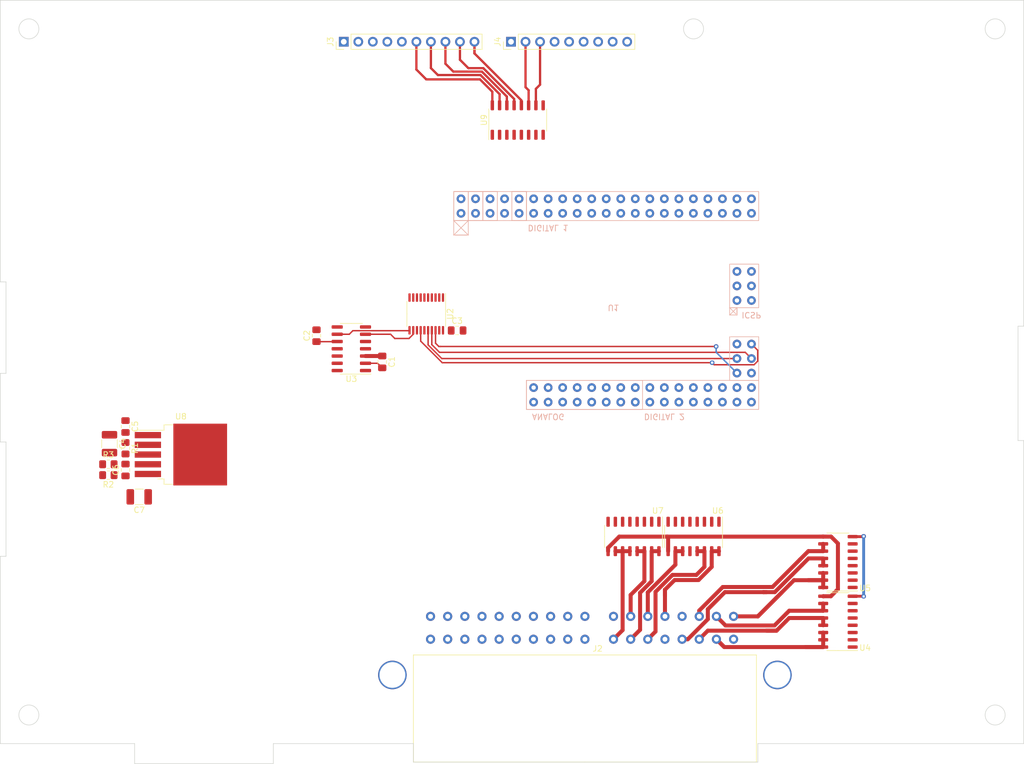
<source format=kicad_pcb>
(kicad_pcb (version 20211014) (generator pcbnew)
  (layers (0 "F.Cu" signal) (31 "B.Cu" signal) (34 "B.Paste" user) (35 "F.Paste" user) (36 "B.SilkS" user "B.Silkscreen") (37 "F.SilkS" user "F.Silkscreen") (38 "B.Mask" user) (39 "F.Mask" user) (44 "Edge.Cuts" user))
  (net 0 "")
  (net 1 "MOSI")
  (net 2 "MISO")
  (net 3 "SCK")
  (net 8 "GND")
  (net 9 "+12V_Battery")
  (net 19 "/WC")
  (net 20 "/FL")
  (net 21 "/CR")
  (net 22 "/I1")
  (net 23 "/I2")
  (net 24 "/V2")
  (net 25 "/EM")
  (net 27 "/VS")
  (net 28 "/V3")
  (net 29 "/FS")
  (net 30 "/F3")
  (net 31 "/VF")
  (net 32 "/FR")
  (net 33 "/GA")
  (net 34 "/SL")
  (net 35 "/L1")
  (net 36 "/L2")
  (net 37 "/TL")
  (net 38 "/TU")
  (net 39 "/ZC")
  (net 40 "/TW")
  (net 41 "Net-(C4-Pad1)")
  (net 42 "/LC")
  (net 43 "Net-(C6-Pad2)")
  (net 44 "+5VA")
  (net 45 "/PL")
  (net 46 "/PU")
  (net 47 "/DL")
  (net 48 "/DU")
  (net 49 "/TA")
  (net 50 "/DD")
  (net 51 "/Illum_A")
  (net 52 "/Illum_B")
  (net 53 "/Temp_Adjustment")
  (net 54 "/LED_Rec")
  (net 55 "/LED_Lo")
  (net 56 "/LED_Hi")
  (net 57 "/LED_Def")
  (net 58 "/LED_Econ")
  (net 59 "LED_Supply")
  (net 60 "/LED_AC")
  (net 61 "/LED_Demist")
  (net 62 "/Key_Row_1")
  (net 63 "/Key_Row_2")
  (net 64 "/Key_Col_1")
  (net 65 "/Key_Row_3")
  (net 66 "/Key_Col_2")
  (net 67 "/Key_Row_4")
  (net 101 "/Compressor_Relay")
  (net 102 "/Water_Cock")
  (net 109 "/Fan_Relay")
  (net 140 "+5V")
  (net 141 "Net-(U2-Pad1)")
  (net 144 "Net-(U2-Pad2)")
  (net 146 "/SV7_Floor_Door")
  (net 147 "/SV3_Intake_Door_3")
  (net 148 "/SV6_Vent_Door_2")
  (net 149 "/SV2_Intake_Door_1")
  (net 151 "/SV9_Air_Mix_Door_1")
  (net 152 "/SV8_Air_Mix_Door_1")
  (net 153 "/Manual_Defrost_AC")
  (net 154 "/SV5_Air_Mix_Door_2")
  (net 155 "/SV4_Air_Mix_Door_2")
  (net 161 "Net-(C2-Pad1)")
  (net 162 "Net-(U2-Pad11)")
  (net 163 "Net-(U2-Pad12)")
  (net 166 "CS_CAN")
  (net 168 "/ST_(ONEWIRE)")
  (net 169 "/T1_(CANH)")
  (net 170 "/T2_(CANL)")
  (net 171 "/EN_ANALOG")
  (footprint "Resistor_SMD:R_0805_2012Metric_Pad1.20x1.40mm_HandSolder" (layer "F.Cu") (at 74.4 101.6 -90)
    (fp_text reference "R1")
    (fp_text value "10k")
  )
  (footprint "Connector_PinHeader_2.54mm:PinHeader_1x10_P2.54mm_Vertical" (layer "F.Cu") (at 112.575 30.5 90)
    (fp_text reference "J3")
    (fp_text value "Conn_01x10_Male")
  )
  (footprint "Capacitor_SMD:C_0805_2012Metric_Pad1.18x1.45mm_HandSolder" (layer "F.Cu") (at 74.4 97.8 -90)
    (fp_text reference "C5")
    (fp_text value "100n")
  )
  (footprint "Package_SO:TSSOP-20_4.4x6.5mm_P0.65mm" (layer "F.Cu") (at 127 78.105 -90)
    (fp_text reference "U2")
    (fp_text value "MCP2515")
  )
  (footprint "Capacitor_SMD:C_1210_3225Metric_Pad1.33x2.70mm_HandSolder" (layer "F.Cu") (at 71.6 100.8 -90)
    (fp_text reference "C4")
    (fp_text value "1u")
  )
  (footprint "Capacitor_SMD:C_0805_2012Metric_Pad1.18x1.45mm_HandSolder" (layer "F.Cu") (at 107.804 81.914 90)
    (fp_text reference "C2")
    (fp_text value "100n")
  )
  (footprint "Resistor_SMD:R_0805_2012Metric_Pad1.20x1.40mm_HandSolder" (layer "F.Cu") (at 71.4 106.3 180)
    (fp_text reference "R2")
    (fp_text value "N/A")
  )
  (footprint "Package_SO:SO-16_3.9x9.9mm_P1.27mm" (layer "F.Cu") (at 199 121.5 180)
    (fp_text reference "U5")
    (fp_text value "ULN2003")
  )
  (footprint "Capacitor_SMD:C_1210_3225Metric_Pad1.33x2.70mm_HandSolder" (layer "F.Cu") (at 76.8 110.1 180)
    (fp_text reference "C7")
    (fp_text value "C_Small")
  )
  (footprint "Package_TO_SOT_SMD:TO-263-5_TabPin3" (layer "F.Cu") (at 84.09 102.7)
    (fp_text reference "U8")
    (fp_text value "NCV4276B")
  )
  (footprint "Package_SO:SO-14_3.9x8.65mm_P1.27mm" (layer "F.Cu") (at 113.9 84.2 180)
    (fp_text reference "U3")
    (fp_text value "TJR1443")
  )
  (footprint "Package_SO:SO-16_3.9x9.9mm_P1.27mm" (layer "F.Cu") (at 143.002 44.196 90)
    (fp_text reference "U9")
    (fp_text value "ULN2003")
  )
  (footprint "Package_SO:SO-16_3.9x9.9mm_P1.27mm" (layer "F.Cu") (at 173.75 117.025 -90)
    (fp_text reference "U6")
    (fp_text value "ULN2003")
  )
  (footprint "Package_SO:SO-16_3.9x9.9mm_P1.27mm" (layer "F.Cu") (at 199 131.925 180)
    (fp_text reference "U4")
    (fp_text value "ULN2003")
  )
  (footprint "Capacitor_SMD:C_0805_2012Metric_Pad1.18x1.45mm_HandSolder" (layer "F.Cu") (at 74.4 105.4 90)
    (fp_text reference "C6")
    (fp_text value "N/A")
  )
  (footprint "Package_SO:SO-16_3.9x9.9mm_P1.27mm" (layer "F.Cu") (at 163.25 117.025 -90)
    (fp_text reference "U7")
    (fp_text value "ULN2003")
  )
  (footprint "Capacitor_SMD:C_0805_2012Metric_Pad1.18x1.45mm_HandSolder" (layer "F.Cu") (at 132.4 81)
    (fp_text reference "C3")
    (fp_text value "100n")
  )
  (footprint "Connector_PinHeader_2.54mm:PinHeader_1x09_P2.54mm_Vertical" (layer "F.Cu") (at 141.825 30.5 90)
    (fp_text reference "J4")
    (fp_text value "Conn_01x09_Male")
  )
  (footprint "Personal:z31_hvac_connector_2" (layer "F.Cu") (at 154.75 138.5)
    (fp_text reference "J2")
    (fp_text value "Conn_02x18_Odd_Even")
  )
  (footprint "Resistor_SMD:R_0805_2012Metric_Pad1.20x1.40mm_HandSolder" (layer "F.Cu") (at 71.4 104.4)
    (fp_text reference "R3")
    (fp_text value "N/A")
  )
  (footprint "Capacitor_SMD:C_0805_2012Metric_Pad1.18x1.45mm_HandSolder" (layer "F.Cu") (at 119.3 86.5 -90)
    (fp_text reference "C1")
    (fp_text value "100n")
  )
  (footprint "Personal:MEGA2560PRO" (layer "B.Cu") (at 159.75 75.75)
    (fp_text reference "U1")
    (fp_text value "MEGA2560PRO")
  )
  (gr_circle (center 173.75 28.25) (end 175.5 28.25) (layer "Edge.Cuts") (width 0.1) (fill none))
  (gr_line (start 52.5 88.5) (end 52.5 100.5) (layer "Edge.Cuts") (width 0.1))
  (gr_line (start 124.75 153.25) (end 100.25 153.25) (layer "Edge.Cuts") (width 0.1))
  (gr_line (start 52.5 23.25) (end 231.5 23.25) (layer "Edge.Cuts") (width 0.1))
  (gr_line (start 52.5 153.25) (end 76 153.25) (layer "Edge.Cuts") (width 0.1))
  (gr_line (start 52.5 100.5) (end 53.5 100.5) (layer "Edge.Cuts") (width 0.1))
  (gr_line (start 231.5 153.25) (end 185 153.25) (layer "Edge.Cuts") (width 0.1))
  (gr_line (start 100.25 153.25) (end 100.25 156.75) (layer "Edge.Cuts") (width 0.1))
  (gr_circle (center 226.5 28.25) (end 228.25 28.25) (layer "Edge.Cuts") (width 0.1) (fill none))
  (gr_line (start 230.5 100.25) (end 231.5 100.25) (layer "Edge.Cuts") (width 0.1))
  (gr_circle (center 226.5 148.25) (end 228.25 148.25) (layer "Edge.Cuts") (width 0.1) (fill none))
  (gr_line (start 231.5 100.25) (end 231.5 153.25) (layer "Edge.Cuts") (width 0.1))
  (gr_line (start 52.5 120.5) (end 52.5 153.25) (layer "Edge.Cuts") (width 0.1))
  (gr_line (start 52.5 23.25) (end 52.5 72.5) (layer "Edge.Cuts") (width 0.1))
  (gr_line (start 53.5 88.5) (end 52.5 88.5) (layer "Edge.Cuts") (width 0.1))
  (gr_circle (center 57.5 28.25) (end 59.25 28.25) (layer "Edge.Cuts") (width 0.1) (fill none))
  (gr_line (start 53.5 120.5) (end 52.5 120.5) (layer "Edge.Cuts") (width 0.1))
  (gr_line (start 52.5 72.5) (end 53.5 72.5) (layer "Edge.Cuts") (width 0.1))
  (gr_line (start 100.25 156.75) (end 76 156.75) (layer "Edge.Cuts") (width 0.1))
  (gr_line (start 230.5 80.25) (end 230.5 100.25) (layer "Edge.Cuts") (width 0.1))
  (gr_circle (center 57.5 148.25) (end 59.25 148.25) (layer "Edge.Cuts") (width 0.1) (fill none))
  (gr_line (start 124.75 156.5) (end 124.75 153.25) (layer "Edge.Cuts") (width 0.1))
  (gr_line (start 185 156.5) (end 124.75 156.5) (layer "Edge.Cuts") (width 0.1))
  (gr_line (start 185 153.25) (end 185 156.5) (layer "Edge.Cuts") (width 0.1))
  (gr_line (start 231.5 23.25) (end 231.5 80.25) (layer "Edge.Cuts") (width 0.1))
  (gr_line (start 53.5 100.5) (end 53.5 120.5) (layer "Edge.Cuts") (width 0.1))
  (gr_line (start 53.5 72.5) (end 53.5 88.5) (layer "Edge.Cuts") (width 0.1))
  (gr_line (start 76 156.75) (end 76 153.25) (layer "Edge.Cuts") (width 0.1))
  (gr_line (start 231.5 80.25) (end 230.5 80.25) (layer "Edge.Cuts") (width 0.1))
  (segment (start 127.325 83.525) (end 129.71 85.91) (width 0.25) (layer "F.Cu") (net 1))
  (segment (start 129.71 85.91) (end 181.34 85.91) (width 0.25) (layer "F.Cu") (net 1))
  (segment (start 127.325 80.9675) (end 127.325 83.525) (width 0.25) (layer "F.Cu") (net 1))
  (segment (start 127.975 80.9675) (end 127.975 83.475) (width 0.25) (layer "F.Cu") (net 2))
  (segment (start 127.975 83.475) (end 129.323489 84.823489) (width 0.25) (layer "F.Cu") (net 2))
  (segment (start 129.323489 84.823489) (end 182.793489 84.823489) (width 0.25) (layer "F.Cu") (net 2))
  (segment (start 182.793489 84.823489) (end 183.88 85.91) (width 0.25) (layer "F.Cu") (net 2))
  (segment (start 184.966511 86.360049) (end 184.330049 86.996511) (width 0.25) (layer "F.Cu") (net 3))
  (segment (start 184.330049 86.996511) (end 177.362011 86.996511) (width 0.25) (layer "F.Cu") (net 3))
  (segment (start 183.88 83.37) (end 184.966511 84.456511) (width 0.25) (layer "F.Cu") (net 3))
  (segment (start 177.362011 86.996511) (end 177 86.6345) (width 0.25) (layer "F.Cu") (net 3))
  (segment (start 126.025 82.860718) (end 126.025 80.9675) (width 0.25) (layer "F.Cu") (net 3))
  (segment (start 129.798782 86.6345) (end 126.025 82.860718) (width 0.25) (layer "F.Cu") (net 3))
  (segment (start 177 86.6345) (end 129.798782 86.6345) (width 0.25) (layer "F.Cu") (net 3))
  (segment (start 184.966511 84.456511) (end 184.966511 86.360049) (width 0.25) (layer "F.Cu") (net 3))
  (via (at 177 86.6345) (size 0.8) (drill 0.4) (layers "F.Cu" "B.Cu") (net 3))
  (segment (start 176.975489 86.475489) (end 177 86.5) (width 0.25) (layer "B.Cu") (net 3))
  (segment (start 177 86.5) (end 177 86.6345) (width 0.25) (layer "B.Cu") (net 3))
  (segment (start 118.5025 86.74) (end 119.3 87.5375) (width 0.25) (layer "F.Cu") (net 8))
  (segment (start 201.575 127.48) (end 203.48 127.48) (width 0.5) (layer "F.Cu") (net 8))
  (segment (start 203.48 127.48) (end 203.5 127.5) (width 0.5) (layer "F.Cu") (net 8))
  (segment (start 201.575 117.055) (end 203.445 117.055) (width 0.5) (layer "F.Cu") (net 8))
  (segment (start 203.445 117.055) (end 203.5 117) (width 0.5) (layer "F.Cu") (net 8))
  (segment (start 116.375 86.74) (end 118.5025 86.74) (width 0.25) (layer "F.Cu") (net 8))
  (via (at 203.5 117) (size 0.8) (drill 0.4) (layers "F.Cu" "B.Cu") (net 8))
  (via (at 203.5 127.5) (size 0.8) (drill 0.4) (layers "F.Cu" "B.Cu") (net 8))
  (segment (start 203.5 117) (end 203.5 127.5) (width 0.5) (layer "B.Cu") (net 8))
  (segment (start 158.805 119.6) (end 158.805 119.00573) (width 0.7) (layer "F.Cu") (net 9))
  (segment (start 169.305 119.6) (end 169.305 117.215) (width 0.7) (layer "F.Cu") (net 9))
  (segment (start 199 126.25) (end 199 118.25) (width 0.7) (layer "F.Cu") (net 9))
  (segment (start 197.805 117.055) (end 196.425 117.055) (width 0.7) (layer "F.Cu") (net 9))
  (segment (start 169.145 117.055) (end 196.425 117.055) (width 0.7) (layer "F.Cu") (net 9))
  (segment (start 158.805 119.00573) (end 160.75573 117.055) (width 0.7) (layer "F.Cu") (net 9))
  (segment (start 160.75573 117.055) (end 169.145 117.055) (width 0.7) (layer "F.Cu") (net 9))
  (segment (start 197.77 127.48) (end 199 126.25) (width 0.7) (layer "F.Cu") (net 9))
  (segment (start 196.425 127.48) (end 197.77 127.48) (width 0.7) (layer "F.Cu") (net 9))
  (segment (start 199 118.25) (end 197.805 117.055) (width 0.7) (layer "F.Cu") (net 9))
  (segment (start 169.305 117.215) (end 169.145 117.055) (width 0.7) (layer "F.Cu") (net 9))
  (segment (start 196.425 127.48) (end 196.445 127.5) (width 0.7) (layer "F.Cu") (net 9))
  (segment (start 196.395 117.025) (end 196.425 117.055) (width 0.7) (layer "F.Cu") (net 9))
  (segment (start 196.425 124.675) (end 191.325 124.675) (width 0.7) (layer "F.Cu") (net 19))
  (segment (start 196.425 124.675) (end 193.825 124.675) (width 0.7) (layer "F.Cu") (net 19))
  (segment (start 185 131) (end 180.75 131) (width 0.7) (layer "F.Cu") (net 19))
  (segment (start 189.175 126.825) (end 185 131) (width 0.7) (layer "F.Cu") (net 19))
  (segment (start 190.625 125.375) (end 185 131) (width 0.7) (layer "F.Cu") (net 19))
  (segment (start 196.425 123.405) (end 196.425 125.945) (width 0.7) (layer "F.Cu") (net 19))
  (segment (start 191.325 124.675) (end 190.625 125.375) (width 0.7) (layer "F.Cu") (net 19))
  (segment (start 196.425 128.75) (end 196.425 130.02) (width 0.7) (layer "F.Cu") (net 20))
  (segment (start 190.48 130.02) (end 190 130.5) (width 0.7) (layer "F.Cu") (net 20))
  (segment (start 196.425 130.02) (end 190.48 130.02) (width 0.7) (layer "F.Cu") (net 20))
  (segment (start 187.89952 132.60048) (end 190 130.5) (width 0.7) (layer "F.Cu") (net 20))
  (segment (start 177.75 131) (end 179.35048 132.60048) (width 0.7) (layer "F.Cu") (net 20))
  (segment (start 179.35048 132.60048) (end 187.89952 132.60048) (width 0.7) (layer "F.Cu") (net 20))
  (segment (start 196.425 136.37) (end 179.12 136.37) (width 0.7) (layer "F.Cu") (net 21))
  (segment (start 179.12 136.37) (end 177.75 135) (width 0.7) (layer "F.Cu") (net 21))
  (segment (start 193.305 136.37) (end 196.425 136.37) (width 0.7) (layer "F.Cu") (net 21))
  (segment (start 177.75 135) (end 178.999511 136.249511) (width 0.7) (layer "F.Cu") (net 21))
  (segment (start 196.425 133.83) (end 196.425 136.37) (width 0.7) (layer "F.Cu") (net 21))
  (segment (start 174.75 129.977886) (end 178.863943 125.863943) (width 0.7) (layer "F.Cu") (net 22))
  (segment (start 186.136057 125.863943) (end 187.561057 125.863943) (width 0.7) (layer "F.Cu") (net 22))
  (segment (start 193.83 119.595) (end 192.3375 121.0875) (width 0.7) (layer "F.Cu") (net 22))
  (segment (start 178.863943 125.863943) (end 186.136057 125.863943) (width 0.7) (layer "F.Cu") (net 22))
  (segment (start 187.561057 125.863943) (end 192.3375 121.0875) (width 0.7) (layer "F.Cu") (net 22))
  (segment (start 196.425 119.595) (end 196.425 118.325) (width 0.7) (layer "F.Cu") (net 22))
  (segment (start 196.425 119.595) (end 193.83 119.595) (width 0.7) (layer "F.Cu") (net 22))
  (segment (start 174.75 131) (end 174.75 129.977886) (width 0.7) (layer "F.Cu") (net 22))
  (segment (start 176.25 133.5) (end 174.75 135) (width 0.7) (layer "F.Cu") (net 23))
  (segment (start 189.886057 131.886057) (end 188.272114 133.5) (width 0.7) (layer "F.Cu") (net 23))
  (segment (start 188.272114 133.5) (end 176.25 133.5) (width 0.7) (layer "F.Cu") (net 23))
  (segment (start 188.272114 133.5) (end 186.5 133.5) (width 0.7) (layer "F.Cu") (net 23))
  (segment (start 190.482114 131.29) (end 189.886057 131.886057) (width 0.7) (layer "F.Cu") (net 23))
  (segment (start 196.425 131.29) (end 196.425 132.56) (width 0.7) (layer "F.Cu") (net 23))
  (segment (start 196.425 131.29) (end 190.482114 131.29) (width 0.7) (layer "F.Cu") (net 23))
  (segment (start 193.862886 120.865) (end 192.738943 121.988943) (width 0.7) (layer "F.Cu") (net 24))
  (segment (start 171.75 135) (end 172.747277 135) (width 0.7) (layer "F.Cu") (net 24))
  (segment (start 176.25 131.497277) (end 176.25 129.75) (width 0.7) (layer "F.Cu") (net 24))
  (segment (start 187.964423 126.763463) (end 192.738943 121.988943) (width 0.7) (layer "F.Cu") (net 24))
  (segment (start 196.425 120.865) (end 193.862886 120.865) (width 0.7) (layer "F.Cu") (net 24))
  (segment (start 185.986537 126.763463) (end 186.50865 126.763463) (width 0.7) (layer "F.Cu") (net 24))
  (segment (start 196.425 120.865) (end 196.425 122.135) (width 0.7) (layer "F.Cu") (net 24))
  (segment (start 172.747277 135) (end 176.25 131.497277) (width 0.7) (layer "F.Cu") (net 24))
  (segment (start 179.236537 126.763463) (end 185.986537 126.763463) (width 0.7) (layer "F.Cu") (net 24))
  (segment (start 176.25 129.75) (end 179.236537 126.763463) (width 0.7) (layer "F.Cu") (net 24))
  (segment (start 176.25 129.75) (end 178.25 127.75) (width 0.7) (layer "F.Cu") (net 24))
  (segment (start 185.986537 126.763463) (end 187.964423 126.763463) (width 0.7) (layer "F.Cu") (net 24))
  (segment (start 178.195 119.6) (end 176.925 119.6) (width 0.7) (layer "F.Cu") (net 25))
  (segment (start 170.438936 124.64952) (end 168.75 126.338456) (width 0.7) (layer "F.Cu") (net 25))
  (segment (start 176.925 119.6) (end 176.925 122.347113) (width 0.7) (layer "F.Cu") (net 25))
  (segment (start 168.75 126.338456) (end 168.75 131) (width 0.7) (layer "F.Cu") (net 25))
  (segment (start 174.622593 124.64952) (end 170.438936 124.64952) (width 0.7) (layer "F.Cu") (net 25))
  (segment (start 168.75 126.338456) (end 168.75 127.39952) (width 0.7) (layer "F.Cu") (net 25))
  (segment (start 176.925 122.347113) (end 174.622593 124.64952) (width 0.7) (layer "F.Cu") (net 25))
  (segment (start 170.575 121.969228) (end 165.75 126.794228) (width 0.7) (layer "F.Cu") (net 27))
  (segment (start 170.575 119.6) (end 170.575 121.969228) (width 0.7) (layer "F.Cu") (net 27))
  (segment (start 165.75 126.794228) (end 165.75 131) (width 0.7) (layer "F.Cu") (net 27))
  (segment (start 170.575 119.6) (end 171.845 119.6) (width 0.7) (layer "F.Cu") (net 27))
  (segment (start 170.066342 123.75) (end 167.099511 126.716831) (width 0.7) (layer "F.Cu") (net 28))
  (segment (start 167.099511 133.650489) (end 165.75 135) (width 0.7) (layer "F.Cu") (net 28))
  (segment (start 175.655 119.6) (end 175.655 122.345) (width 0.7) (layer "F.Cu") (net 28))
  (segment (start 174.25 123.75) (end 170.066342 123.75) (width 0.7) (layer "F.Cu") (net 28))
  (segment (start 167.099511 126.716831) (end 167.099511 133.650489) (width 0.7) (layer "F.Cu") (net 28))
  (segment (start 175.655 122.345) (end 174.25 123.75) (width 0.7) (layer "F.Cu") (net 28))
  (segment (start 174.385 119.6) (end 175.655 119.6) (width 0.7) (layer "F.Cu") (net 28))
  (segment (start 165.155 119.6) (end 165.155 124.845) (width 0.7) (layer "F.Cu") (net 29))
  (segment (start 162.75 127.25) (end 162.75 131) (width 0.7) (layer "F.Cu") (net 29))
  (segment (start 165.155 119.6) (end 163.885 119.6) (width 0.7) (layer "F.Cu") (net 29))
  (segment (start 165.155 124.845) (end 162.75 127.25) (width 0.7) (layer "F.Cu") (net 29))
  (segment (start 166.425 119.6) (end 166.425 124.847114) (width 0.7) (layer "F.Cu") (net 30))
  (segment (start 166.425 119.6) (end 167.695 119.6) (width 0.7) (layer "F.Cu") (net 30))
  (segment (start 164.400489 126.871625) (end 164.400489 133.349511) (width 0.7) (layer "F.Cu") (net 30))
  (segment (start 166.425 124.847114) (end 164.400489 126.871625) (width 0.7) (layer "F.Cu") (net 30))
  (segment (start 164.400489 133.349511) (end 162.75 135) (width 0.7) (layer "F.Cu") (net 30))
  (segment (start 161.345 133.405) (end 161.345 119.6) (width 0.7) (layer "F.Cu") (net 32))
  (segment (start 159.75 135) (end 161.345 133.405) (width 0.7) (layer "F.Cu") (net 32))
  (segment (start 160.075 119.6) (end 162.615 119.6) (width 0.7) (layer "F.Cu") (net 32))
  (segment (start 138.557 39.243) (end 136.398 37.084) (width 0.4) (layer "F.Cu") (net 54))
  (segment (start 125.275 30.5) (end 125.275 35.359) (width 0.4) (layer "F.Cu") (net 54))
  (segment (start 138.557 41.621) (end 138.557 39.243) (width 0.4) (layer "F.Cu") (net 54))
  (segment (start 136.398 37.084) (end 127 37.084) (width 0.4) (layer "F.Cu") (net 54))
  (segment (start 125.275 35.359) (end 127 37.084) (width 0.4) (layer "F.Cu") (net 54))
  (segment (start 129.032 36.322) (end 136.483849 36.322) (width 0.4) (layer "F.Cu") (net 55))
  (segment (start 127.815 30.5) (end 127.815 35.105) (width 0.4) (layer "F.Cu") (net 55))
  (segment (start 136.483849 36.322) (end 139.827 39.665151) (width 0.4) (layer "F.Cu") (net 55))
  (segment (start 139.827 39.665151) (end 139.827 41.621) (width 0.4) (layer "F.Cu") (net 55))
  (segment (start 127.815 35.105) (end 129.032 36.322) (width 0.4) (layer "F.Cu") (net 55))
  (segment (start 130.355 30.5) (end 130.355 34.343) (width 0.4) (layer "F.Cu") (net 56))
  (segment (start 141.097 40.087301) (end 141.097 41.621) (width 0.4) (layer "F.Cu") (net 56))
  (segment (start 131.73448 35.72248) (end 136.732179 35.72248) (width 0.4) (layer "F.Cu") (net 56))
  (segment (start 136.732179 35.72248) (end 141.097 40.087301) (width 0.4) (layer "F.Cu") (net 56))
  (segment (start 130.355 34.343) (end 131.73448 35.72248) (width 0.4) (layer "F.Cu") (net 56))
  (segment (start 134.366 35.12296) (end 132.895 33.65196) (width 0.4) (layer "F.Cu") (net 57))
  (segment (start 132.895 33.65196) (end 132.895 30.5) (width 0.4) (layer "F.Cu") (net 57))
  (segment (start 142.367 40.509451) (end 136.980509 35.12296) (width 0.4) (layer "F.Cu") (net 57))
  (segment (start 136.980509 35.12296) (end 134.366 35.12296) (width 0.4) (layer "F.Cu") (net 57))
  (segment (start 142.367 41.621) (end 142.367 40.509451) (width 0.4) (layer "F.Cu") (net 57))
  (segment (start 143.637 41.621) (end 143.637 40.746) (width 0.4) (layer "F.Cu") (net 58))
  (segment (start 143.637 40.746) (end 135.435 32.544) (width 0.4) (layer "F.Cu") (net 58))
  (segment (start 135.435 32.544) (end 135.435 31.549) (width 0.4) (layer "F.Cu") (net 58))
  (segment (start 135.435 32.544) (end 135.435 30.5) (width 0.4) (layer "F.Cu") (net 58))
  (segment (start 144.907 41.621) (end 144.907 38.989) (width 0.4) (layer "F.Cu") (net 60))
  (segment (start 144.365 30.5) (end 144.365 38.447) (width 0.4) (layer "F.Cu") (net 60))
  (segment (start 144.365 38.447) (end 144.907 38.989) (width 0.4) (layer "F.Cu") (net 60))
  (segment (start 146.905 30.5) (end 146.905 38.007) (width 0.4) (layer "F.Cu") (net 61))
  (segment (start 146.905 38.007) (end 146.177 38.735) (width 0.4) (layer "F.Cu") (net 61))
  (segment (start 146.177 38.735) (end 146.177 41.621) (width 0.4) (layer "F.Cu") (net 61))
  (segment (start 116.375 85.47) (end 119.2925 85.47) (width 0.7) (layer "F.Cu") (net 140))
  (segment (start 119.2925 85.47) (end 119.3 85.4625) (width 0.7) (layer "F.Cu") (net 140))
  (segment (start 111.4035 82.9515) (end 111.425 82.93) (width 0.25) (layer "F.Cu") (net 161))
  (segment (start 107.804 82.9515) (end 111.4035 82.9515) (width 0.25) (layer "F.Cu") (net 161))
  (segment (start 113.54 81.66) (end 114.16452 81.03548) (width 0.25) (layer "F.Cu") (net 162))
  (segment (start 111.425 81.66) (end 113.54 81.66) (width 0.25) (layer "F.Cu") (net 162))
  (segment (start 114.16452 81.03548) (end 124.00702 81.03548) (width 0.25) (layer "F.Cu") (net 162))
  (segment (start 124.00702 81.03548) (end 124.075 80.9675) (width 0.25) (layer "F.Cu") (net 162))
  (segment (start 121.5 82.4) (end 120.76 81.66) (width 0.25) (layer "F.Cu") (net 163))
  (segment (start 123.980361 82.4) (end 121.5 82.4) (width 0.25) (layer "F.Cu") (net 163))
  (segment (start 124.725 80.9675) (end 124.725 81.655361) (width 0.25) (layer "F.Cu") (net 163))
  (segment (start 124.725 81.655361) (end 123.980361 82.4) (width 0.25) (layer "F.Cu") (net 163))
  (segment (start 120.76 81.66) (end 116.375 81.66) (width 0.25) (layer "F.Cu") (net 163))
  (segment (start 129.2 83.8) (end 129.5 83.8) (width 0.25) (layer "F.Cu") (net 166))
  (segment (start 129.5 83.8) (end 177.7 83.8) (width 0.25) (layer "F.Cu") (net 166))
  (segment (start 128.625 80.9675) (end 128.625 83.225) (width 0.25) (layer "F.Cu") (net 166))
  (segment (start 128.625 83.225) (end 129.2 83.8) (width 0.25) (layer "F.Cu") (net 166))
  (via (at 177.7 83.8) (size 0.8) (drill 0.4) (layers "F.Cu" "B.Cu") (net 166))
  (segment (start 177.7 84.81) (end 181.34 88.45) (width 0.25) (layer "B.Cu") (net 166))
  (segment (start 177.7 83.8) (end 177.7 84.81) (width 0.25) (layer "B.Cu") (net 166))
)
</source>
